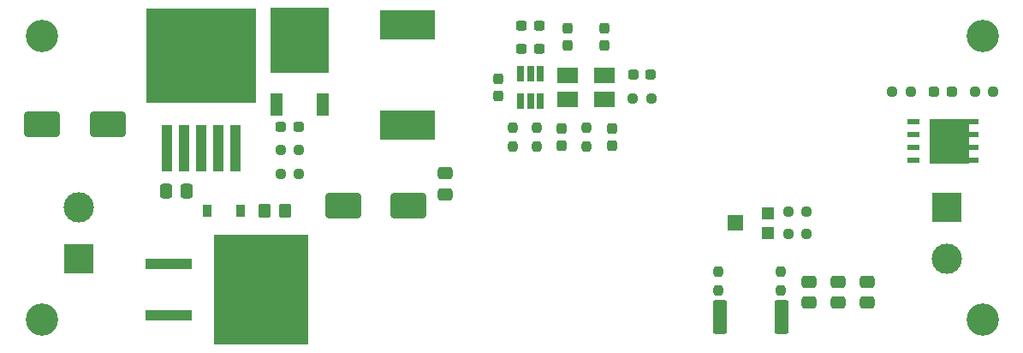
<source format=gbs>
G04 #@! TF.GenerationSoftware,KiCad,Pcbnew,(6.0.11)*
G04 #@! TF.CreationDate,2023-03-11T13:58:41+01:00*
G04 #@! TF.ProjectId,HeaterPSU_Digital,48656174-6572-4505-9355-5f4469676974,rev?*
G04 #@! TF.SameCoordinates,Original*
G04 #@! TF.FileFunction,Soldermask,Bot*
G04 #@! TF.FilePolarity,Negative*
%FSLAX46Y46*%
G04 Gerber Fmt 4.6, Leading zero omitted, Abs format (unit mm)*
G04 Created by KiCad (PCBNEW (6.0.11)) date 2023-03-11 13:58:41*
%MOMM*%
%LPD*%
G01*
G04 APERTURE LIST*
G04 Aperture macros list*
%AMRoundRect*
0 Rectangle with rounded corners*
0 $1 Rounding radius*
0 $2 $3 $4 $5 $6 $7 $8 $9 X,Y pos of 4 corners*
0 Add a 4 corners polygon primitive as box body*
4,1,4,$2,$3,$4,$5,$6,$7,$8,$9,$2,$3,0*
0 Add four circle primitives for the rounded corners*
1,1,$1+$1,$2,$3*
1,1,$1+$1,$4,$5*
1,1,$1+$1,$6,$7*
1,1,$1+$1,$8,$9*
0 Add four rect primitives between the rounded corners*
20,1,$1+$1,$2,$3,$4,$5,0*
20,1,$1+$1,$4,$5,$6,$7,0*
20,1,$1+$1,$6,$7,$8,$9,0*
20,1,$1+$1,$8,$9,$2,$3,0*%
G04 Aperture macros list end*
%ADD10C,3.200000*%
%ADD11R,2.000000X1.650000*%
%ADD12RoundRect,0.237500X-0.237500X0.250000X-0.237500X-0.250000X0.237500X-0.250000X0.237500X0.250000X0*%
%ADD13RoundRect,0.237500X-0.237500X0.300000X-0.237500X-0.300000X0.237500X-0.300000X0.237500X0.300000X0*%
%ADD14R,1.200000X0.600000*%
%ADD15R,4.000000X4.400000*%
%ADD16RoundRect,0.250000X1.500000X1.000000X-1.500000X1.000000X-1.500000X-1.000000X1.500000X-1.000000X0*%
%ADD17RoundRect,0.237500X0.250000X0.237500X-0.250000X0.237500X-0.250000X-0.237500X0.250000X-0.237500X0*%
%ADD18RoundRect,0.250000X0.350000X0.450000X-0.350000X0.450000X-0.350000X-0.450000X0.350000X-0.450000X0*%
%ADD19R,1.100000X4.600000*%
%ADD20R,10.800000X9.400000*%
%ADD21RoundRect,0.237500X-0.250000X-0.237500X0.250000X-0.237500X0.250000X0.237500X-0.250000X0.237500X0*%
%ADD22RoundRect,0.250000X0.475000X-0.337500X0.475000X0.337500X-0.475000X0.337500X-0.475000X-0.337500X0*%
%ADD23RoundRect,0.250000X-0.475000X0.337500X-0.475000X-0.337500X0.475000X-0.337500X0.475000X0.337500X0*%
%ADD24R,0.650000X1.560000*%
%ADD25RoundRect,0.237500X0.237500X-0.300000X0.237500X0.300000X-0.237500X0.300000X-0.237500X-0.300000X0*%
%ADD26R,4.600000X1.100000*%
%ADD27R,9.400000X10.800000*%
%ADD28R,0.900000X1.200000*%
%ADD29R,3.000000X3.000000*%
%ADD30C,3.000000*%
%ADD31RoundRect,0.237500X0.237500X-0.250000X0.237500X0.250000X-0.237500X0.250000X-0.237500X-0.250000X0*%
%ADD32R,5.400000X2.900000*%
%ADD33RoundRect,0.250000X-0.337500X-0.475000X0.337500X-0.475000X0.337500X0.475000X-0.337500X0.475000X0*%
%ADD34R,1.200000X1.200000*%
%ADD35R,1.500000X1.600000*%
%ADD36R,1.200000X2.200000*%
%ADD37R,5.800000X6.400000*%
%ADD38RoundRect,0.237500X-0.300000X-0.237500X0.300000X-0.237500X0.300000X0.237500X-0.300000X0.237500X0*%
%ADD39RoundRect,0.249999X-0.450001X-1.425001X0.450001X-1.425001X0.450001X1.425001X-0.450001X1.425001X0*%
%ADD40RoundRect,0.237500X0.287500X0.237500X-0.287500X0.237500X-0.287500X-0.237500X0.287500X-0.237500X0*%
%ADD41RoundRect,0.237500X-0.287500X-0.237500X0.287500X-0.237500X0.287500X0.237500X-0.287500X0.237500X0*%
G04 APERTURE END LIST*
D10*
X151500000Y-48500000D03*
X151500000Y-76500000D03*
X58500000Y-76500000D03*
X58500000Y-48500000D03*
D11*
X114120000Y-52415000D03*
X114120000Y-54765000D03*
D12*
X131550000Y-71787500D03*
X131550000Y-73612500D03*
X125350000Y-71787500D03*
X125350000Y-73612500D03*
D13*
X103600000Y-52727500D03*
X103600000Y-54452500D03*
D14*
X144679000Y-58265000D03*
X144679000Y-60805000D03*
X144679000Y-59535000D03*
X144679000Y-56995000D03*
D15*
X148200000Y-58900000D03*
D14*
X150521000Y-58265000D03*
X150521000Y-59535000D03*
X150521000Y-56995000D03*
X150521000Y-60805000D03*
D11*
X110500000Y-54765000D03*
X110500000Y-52415000D03*
D16*
X94757500Y-65250000D03*
X88257500Y-65250000D03*
D17*
X144412500Y-54000000D03*
X142587500Y-54000000D03*
D18*
X82500000Y-65750000D03*
X80500000Y-65750000D03*
D19*
X77625000Y-59586472D03*
X75925000Y-59586472D03*
X74225000Y-59586472D03*
D20*
X74225000Y-50436472D03*
D19*
X72525000Y-59586472D03*
X70825000Y-59586472D03*
D13*
X110510000Y-47717500D03*
X110510000Y-49442500D03*
D21*
X82087500Y-62100000D03*
X83912500Y-62100000D03*
D22*
X140120000Y-74857500D03*
X140120000Y-72782500D03*
D13*
X114120000Y-47737500D03*
X114120000Y-49462500D03*
D23*
X98350000Y-62062500D03*
X98350000Y-64137500D03*
D24*
X105850000Y-52240000D03*
X106800000Y-52240000D03*
X107750000Y-52240000D03*
X107750000Y-54940000D03*
X106800000Y-54940000D03*
X105850000Y-54940000D03*
D25*
X114850000Y-59362500D03*
X114850000Y-57637500D03*
D26*
X71025000Y-76140000D03*
D27*
X80175000Y-73600000D03*
D26*
X71025000Y-71060000D03*
D28*
X74850000Y-65750000D03*
X78150000Y-65750000D03*
D29*
X148000000Y-65410000D03*
D30*
X148000000Y-70490000D03*
D31*
X107466666Y-59402500D03*
X107466666Y-57577500D03*
D21*
X82087500Y-59800000D03*
X83912500Y-59800000D03*
D22*
X137245000Y-74857500D03*
X137245000Y-72782500D03*
D17*
X134112500Y-65850000D03*
X132287500Y-65850000D03*
D32*
X94624264Y-47401472D03*
X94624264Y-57301472D03*
D33*
X70762500Y-63800000D03*
X72837500Y-63800000D03*
D34*
X130300000Y-66000000D03*
D35*
X127050000Y-67000000D03*
D34*
X130300000Y-68000000D03*
D36*
X86280000Y-55241472D03*
D37*
X84000000Y-48941472D03*
D36*
X81720000Y-55241472D03*
D38*
X105937500Y-49800000D03*
X107662500Y-49800000D03*
D17*
X118762500Y-54650000D03*
X116937500Y-54650000D03*
D39*
X125530000Y-76310000D03*
X131630000Y-76310000D03*
D12*
X112320000Y-57577500D03*
X112320000Y-59402500D03*
X105040000Y-57577500D03*
X105040000Y-59402500D03*
D17*
X134112500Y-68100000D03*
X132287500Y-68100000D03*
D40*
X148475000Y-54000000D03*
X146725000Y-54000000D03*
D13*
X109893332Y-57627500D03*
X109893332Y-59352500D03*
D38*
X105937500Y-47450000D03*
X107662500Y-47450000D03*
D41*
X82125000Y-57450000D03*
X83875000Y-57450000D03*
D29*
X62150000Y-70490000D03*
D30*
X62150000Y-65410000D03*
D21*
X150737500Y-54000000D03*
X152562500Y-54000000D03*
D40*
X118702500Y-52350000D03*
X116952500Y-52350000D03*
D16*
X65000000Y-57250000D03*
X58500000Y-57250000D03*
D22*
X134370000Y-74857500D03*
X134370000Y-72782500D03*
M02*

</source>
